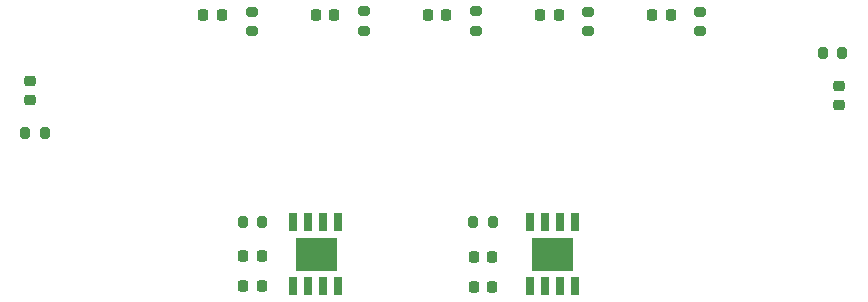
<source format=gbr>
%TF.GenerationSoftware,KiCad,Pcbnew,9.0.2*%
%TF.CreationDate,2025-10-02T19:22:40-04:00*%
%TF.ProjectId,Slippi,536c6970-7069-42e6-9b69-6361645f7063,rev?*%
%TF.SameCoordinates,Original*%
%TF.FileFunction,Paste,Top*%
%TF.FilePolarity,Positive*%
%FSLAX46Y46*%
G04 Gerber Fmt 4.6, Leading zero omitted, Abs format (unit mm)*
G04 Created by KiCad (PCBNEW 9.0.2) date 2025-10-02 19:22:40*
%MOMM*%
%LPD*%
G01*
G04 APERTURE LIST*
G04 Aperture macros list*
%AMRoundRect*
0 Rectangle with rounded corners*
0 $1 Rounding radius*
0 $2 $3 $4 $5 $6 $7 $8 $9 X,Y pos of 4 corners*
0 Add a 4 corners polygon primitive as box body*
4,1,4,$2,$3,$4,$5,$6,$7,$8,$9,$2,$3,0*
0 Add four circle primitives for the rounded corners*
1,1,$1+$1,$2,$3*
1,1,$1+$1,$4,$5*
1,1,$1+$1,$6,$7*
1,1,$1+$1,$8,$9*
0 Add four rect primitives between the rounded corners*
20,1,$1+$1,$2,$3,$4,$5,0*
20,1,$1+$1,$4,$5,$6,$7,0*
20,1,$1+$1,$6,$7,$8,$9,0*
20,1,$1+$1,$8,$9,$2,$3,0*%
G04 Aperture macros list end*
%ADD10C,0.010000*%
%ADD11RoundRect,0.200000X0.275000X-0.200000X0.275000X0.200000X-0.275000X0.200000X-0.275000X-0.200000X0*%
%ADD12RoundRect,0.200000X-0.200000X-0.275000X0.200000X-0.275000X0.200000X0.275000X-0.200000X0.275000X0*%
%ADD13RoundRect,0.218750X-0.218750X-0.256250X0.218750X-0.256250X0.218750X0.256250X-0.218750X0.256250X0*%
%ADD14RoundRect,0.225000X0.225000X0.250000X-0.225000X0.250000X-0.225000X-0.250000X0.225000X-0.250000X0*%
%ADD15RoundRect,0.218750X0.256250X-0.218750X0.256250X0.218750X-0.256250X0.218750X-0.256250X-0.218750X0*%
%ADD16RoundRect,0.015000X-0.285000X0.760000X-0.285000X-0.760000X0.285000X-0.760000X0.285000X0.760000X0*%
%ADD17RoundRect,0.200000X0.200000X0.275000X-0.200000X0.275000X-0.200000X-0.275000X0.200000X-0.275000X0*%
%ADD18RoundRect,0.218750X-0.256250X0.218750X-0.256250X-0.218750X0.256250X-0.218750X0.256250X0.218750X0*%
G04 APERTURE END LIST*
D10*
%TO.C,U1*%
X98645000Y-82555000D02*
X95245000Y-82555000D01*
X95245000Y-79845000D01*
X98645000Y-79845000D01*
X98645000Y-82555000D01*
G36*
X98645000Y-82555000D02*
G01*
X95245000Y-82555000D01*
X95245000Y-79845000D01*
X98645000Y-79845000D01*
X98645000Y-82555000D01*
G37*
%TO.C,U2*%
X118645000Y-82555000D02*
X115245000Y-82555000D01*
X115245000Y-79845000D01*
X118645000Y-79845000D01*
X118645000Y-82555000D01*
G36*
X118645000Y-82555000D02*
G01*
X115245000Y-82555000D01*
X115245000Y-79845000D01*
X118645000Y-79845000D01*
X118645000Y-82555000D01*
G37*
%TD*%
D11*
%TO.C,R7*%
X101000000Y-62325000D03*
X101000000Y-60675000D03*
%TD*%
D12*
%TO.C,R2*%
X110250000Y-78500000D03*
X111900000Y-78500000D03*
%TD*%
D13*
%TO.C,D2*%
X87425000Y-61000000D03*
X89000000Y-61000000D03*
%TD*%
D11*
%TO.C,R5*%
X129500000Y-62350000D03*
X129500000Y-60700000D03*
%TD*%
D14*
%TO.C,C3*%
X111850000Y-84000000D03*
X110300000Y-84000000D03*
%TD*%
D12*
%TO.C,R1*%
X90750000Y-78500000D03*
X92400000Y-78500000D03*
%TD*%
D13*
%TO.C,D5*%
X96925000Y-61000000D03*
X98500000Y-61000000D03*
%TD*%
D15*
%TO.C,D8*%
X141200000Y-68587500D03*
X141200000Y-67012500D03*
%TD*%
D16*
%TO.C,U1*%
X98850000Y-78500000D03*
X97580000Y-78500000D03*
X96310000Y-78500000D03*
X95040000Y-78500000D03*
X95040000Y-83900000D03*
X96310000Y-83900000D03*
X97580000Y-83900000D03*
X98850000Y-83900000D03*
%TD*%
D14*
%TO.C,C4*%
X111850000Y-81500000D03*
X110300000Y-81500000D03*
%TD*%
D13*
%TO.C,D7*%
X115925000Y-61000000D03*
X117500000Y-61000000D03*
%TD*%
D11*
%TO.C,R4*%
X91500000Y-62350000D03*
X91500000Y-60700000D03*
%TD*%
D14*
%TO.C,C1*%
X92350000Y-83900000D03*
X90800000Y-83900000D03*
%TD*%
D16*
%TO.C,U2*%
X118850000Y-78500000D03*
X117580000Y-78500000D03*
X116310000Y-78500000D03*
X115040000Y-78500000D03*
X115040000Y-83900000D03*
X116310000Y-83900000D03*
X117580000Y-83900000D03*
X118850000Y-83900000D03*
%TD*%
D11*
%TO.C,R9*%
X120000000Y-62350000D03*
X120000000Y-60700000D03*
%TD*%
D17*
%TO.C,R6*%
X74000000Y-71000000D03*
X72350000Y-71000000D03*
%TD*%
D13*
%TO.C,D6*%
X106425000Y-61000000D03*
X108000000Y-61000000D03*
%TD*%
D14*
%TO.C,C2*%
X92350000Y-81390000D03*
X90800000Y-81390000D03*
%TD*%
D18*
%TO.C,D4*%
X72700000Y-66600000D03*
X72700000Y-68175000D03*
%TD*%
D11*
%TO.C,R8*%
X110500000Y-62325000D03*
X110500000Y-60675000D03*
%TD*%
D12*
%TO.C,R10*%
X139875000Y-64187500D03*
X141525000Y-64187500D03*
%TD*%
D13*
%TO.C,D3*%
X125425000Y-61000000D03*
X127000000Y-61000000D03*
%TD*%
M02*

</source>
